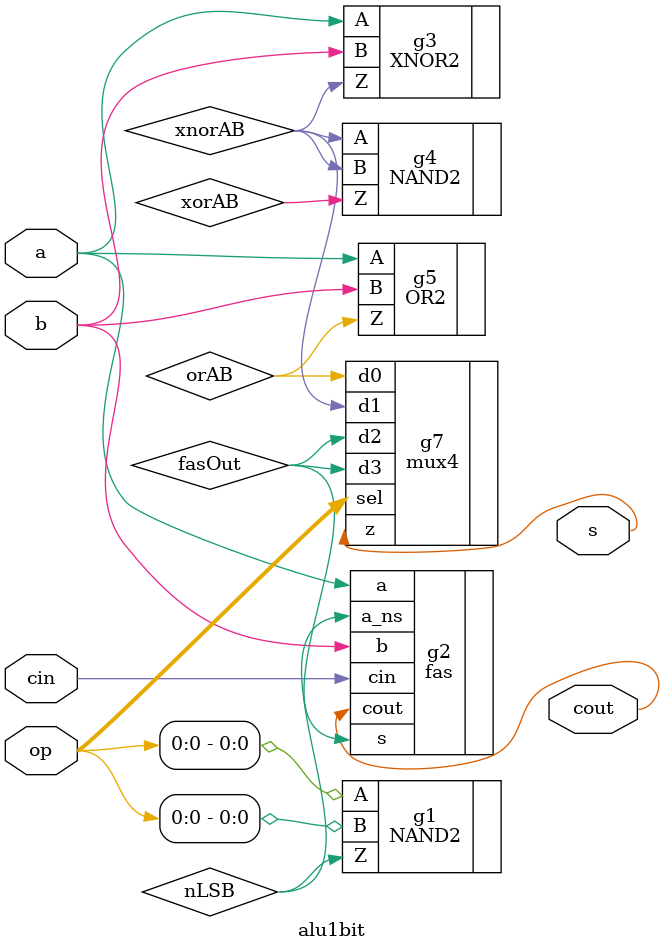
<source format=sv>
module alu1bit (
    input logic a,           // Input bit a
    input logic b,           // Input bit b
    input logic cin,         // Carry in
    input logic [1:0] op,    // Operation
    output logic s,          // Output S
    output logic cout        // Carry out
);

// Put your code here
// ------------------
	logic 	fasOut, xnorAB, xorAB, orAB, norAB;
	
	// Get opposite of op[0]
	// 10 -> ADD -> Need a_ns = 1 = ~op[0], 11 -> SUB -> Need a_ns = 0 = ~op[0]
	NAND2 	#(.Tpdlh(2), .Tpdhl(2)) g1 (.A(op[0]), 	.B(op[0]), 	.Z(nLSB));
	fas 							g2 (.a(a), 		.b(b), 		.cin(cin), 
										.a_ns(nLSB),.s(fasOut), .cout(cout));
										
	// Get xor(A,B)
	XNOR2 	#(.Tpdlh(8), .Tpdhl(8)) g3 (.A(a), 		.B(b), 		.Z(xnorAB));
	NAND2 	#(.Tpdlh(2), .Tpdhl(2)) g4 (.A(xnorAB), .B(xnorAB), .Z(xorAB));
	
	// Get nor(A,B)
	OR2 	#(.Tpdlh(7), .Tpdhl(7)) g5 (.A(a), 		.B(b), 		.Z(orAB));
	NAND2 	#(.Tpdlh(2), .Tpdhl(2)) g6 (.A(norAB), 	.B(norAB), 	.Z(norAB));
	
	// Choose between the values
	mux4 							g7 (.d0(orAB), 	.d1(xnorAB),
										.d2(fasOut), .d3(fasOut), 
										.z(s), .sel(op));

// End of your code

endmodule

</source>
